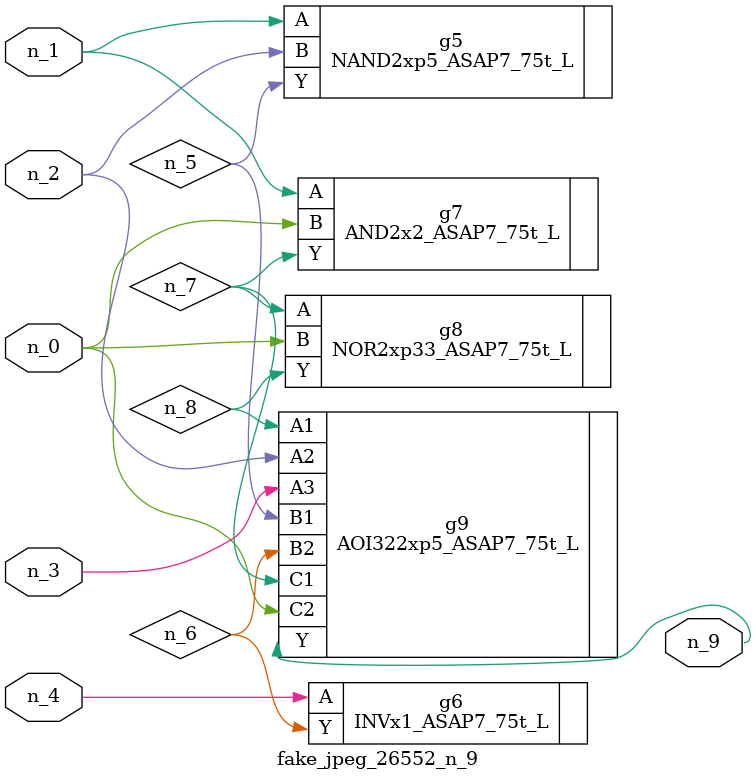
<source format=v>
module fake_jpeg_26552_n_9 (n_3, n_2, n_1, n_0, n_4, n_9);

input n_3;
input n_2;
input n_1;
input n_0;
input n_4;

output n_9;

wire n_8;
wire n_6;
wire n_5;
wire n_7;

NAND2xp5_ASAP7_75t_L g5 ( 
.A(n_1),
.B(n_2),
.Y(n_5)
);

INVx1_ASAP7_75t_L g6 ( 
.A(n_4),
.Y(n_6)
);

AND2x2_ASAP7_75t_L g7 ( 
.A(n_1),
.B(n_0),
.Y(n_7)
);

NOR2xp33_ASAP7_75t_L g8 ( 
.A(n_7),
.B(n_0),
.Y(n_8)
);

AOI322xp5_ASAP7_75t_L g9 ( 
.A1(n_8),
.A2(n_2),
.A3(n_3),
.B1(n_5),
.B2(n_6),
.C1(n_7),
.C2(n_0),
.Y(n_9)
);


endmodule
</source>
